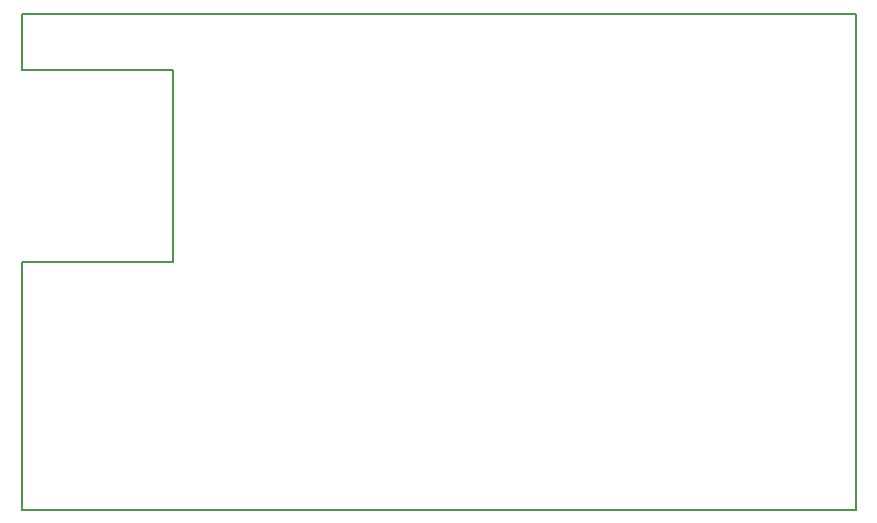
<source format=gbr>
G04 #@! TF.FileFunction,Profile,NP*
%FSLAX46Y46*%
G04 Gerber Fmt 4.6, Leading zero omitted, Abs format (unit mm)*
G04 Created by KiCad (PCBNEW 4.0.2-stable) date 2016-06-02 02:45:39*
%MOMM*%
G01*
G04 APERTURE LIST*
%ADD10C,0.100000*%
%ADD11C,0.150000*%
G04 APERTURE END LIST*
D10*
D11*
X124400000Y-80000000D02*
X154000000Y-80000000D01*
X137200000Y-84800000D02*
X124400000Y-84800000D01*
X124400000Y-84800000D02*
X124400000Y-80000000D01*
X124400000Y-101000000D02*
X137000000Y-101000000D01*
X124400000Y-122000000D02*
X195000000Y-122000000D01*
X124400000Y-122000000D02*
X124400000Y-101000000D01*
X137200000Y-85000000D02*
X137200000Y-84800000D01*
X137200000Y-101000000D02*
X137200000Y-100800000D01*
X137000000Y-101000000D02*
X137200000Y-101000000D01*
X137200000Y-85000000D02*
X137200000Y-100800000D01*
X195000000Y-122000000D02*
X195000000Y-109000000D01*
X195000000Y-80000000D02*
X154000000Y-80000000D01*
X195000000Y-109000000D02*
X195000000Y-80000000D01*
M02*

</source>
